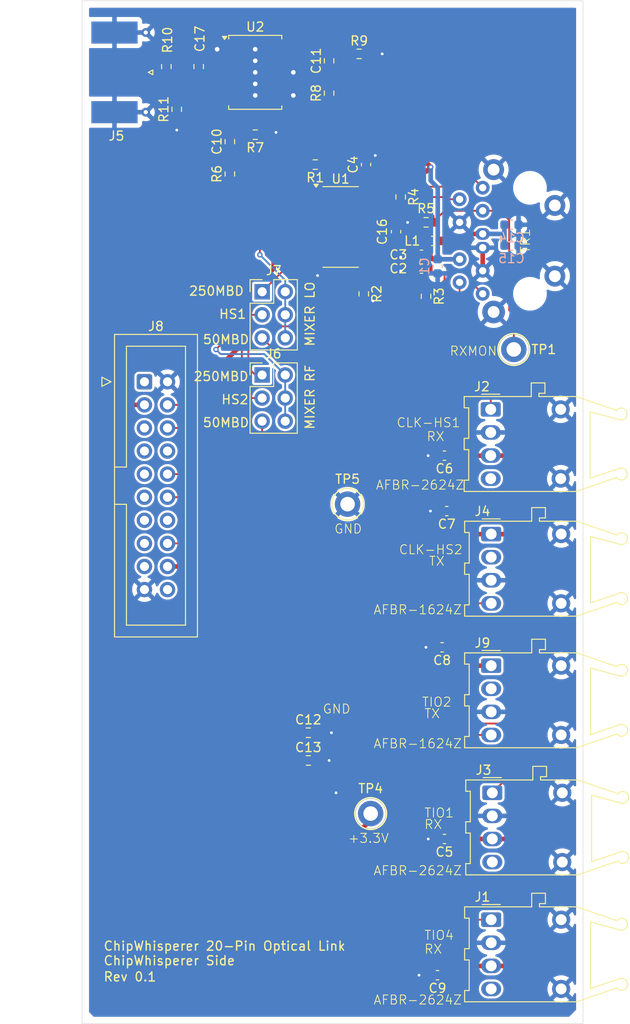
<source format=kicad_pcb>
(kicad_pcb (version 20240108) (generator "pcbnew") (generator_version "8.0")
  (layers (0 "F.Cu" signal) (31 "B.Cu" signal) (34 "B.Paste" user) (35 "F.Paste" user) (36 "B.SilkS" user "B.Silkscreen") (37 "F.SilkS" user "F.Silkscreen") (38 "B.Mask" user) (39 "F.Mask" user) (44 "Edge.Cuts" user))
  (net 0 "")
  (net 1 "GND")
  (net 2 "VCC")
  (net 3 "Net-(J6-Pin_1)")
  (net 4 "Net-(J7-Pin_1)")
  (net 5 "Net-(J4-Data_in)")
  (net 8 "/CWPins/TG_SCK")
  (net 9 "/CWPins/TG_nRST")
  (net 11 "RXIN")
  (net 12 "/CWPins/TG_MOSI")
  (net 13 "/CWPins/TG_MISO")
  (net 15 "/CWPins/TG_TIO3")
  (net 17 "TRIGOUT")
  (net 18 "TXOUT")
  (net 19 "/CWPins/TG_CS")
  (net 20 "Net-(U1-DE)")
  (net 21 "Net-(U1-~{RE})")
  (net 22 "Net-(TR1-DI-)")
  (net 23 "Net-(TR1-DI+)")
  (net 24 "Net-(TR1-RD-)")
  (net 25 "Net-(TR1-RD+)")
  (net 26 "Net-(TR1-MON)")
  (net 33 "Net-(TR1-VDD_RX)")
  (net 34 "CLKTOCW_HS1")
  (net 35 "CLKFROMCW_HS2")
  (net 37 "Net-(J2-Data_Out)")
  (net 40 "Net-(U2-RF)")
  (net 41 "Net-(C10-Pad1)")
  (net 42 "Net-(U2-LO)")
  (net 43 "Net-(C11-Pad1)")
  (net 44 "Net-(U2-IF)")
  (net 45 "Net-(J5-In)")
  (net 46 "MIXER_RF")
  (net 47 "MIXER_LO")
  (net 48 "Net-(C17-Pad2)")
  (footprint "Resistor_SMD:R_0603_1608Metric" (layer "F.Cu") (at 161.544 120.396)
    (property "Reference" "C13")
    (property "Value" "2u2")
  )
  (footprint "Resistor_SMD:R_0603_1608Metric" (layer "F.Cu") (at 161.544 117.348)
    (property "Reference" "C12")
    (property "Value" "100n")
  )
  (footprint "Resistor_SMD:R_0603_1608Metric" (layer "F.Cu") (at 167.64 69.076 -90)
    (property "Reference" "R2")
    (property "Value" "1K")
  )
  (footprint "Resistor_SMD:R_0603_1608Metric" (layer "F.Cu") (at 145.923 44.069 -90)
    (property "Reference" "R10")
    (property "Value" "51R")
  )
  (footprint "OptoDevice:Broadcom_AFBR-16xxZ_Horizontal" (layer "F.Cu") (at 181.661 95.492)
    (property "Reference" "J4")
    (property "Value" "AFBR-1624Z")
  )
  (footprint "Resistor_SMD:R_0603_1608Metric" (layer "F.Cu") (at 152.908 52.324 90)
    (property "Reference" "C10")
    (property "Value" "10n")
  )
  (footprint "Resistor_SMD:R_0603_1608Metric" (layer "F.Cu") (at 167.132 42.672)
    (property "Reference" "R9")
    (property "Value" "DNM")
  )
  (footprint "Resistor_SMD:R_0603_1608Metric" (layer "F.Cu") (at 147.066 48.768 90)
    (property "Reference" "R11")
    (property "Value" "DNM")
  )
  (footprint "Package_SO:SOIC-14_3.9x8.7mm_P1.27mm" (layer "F.Cu") (at 165.1 61.71)
    (property "Reference" "U1")
    (property "Value" "FIN1019M")
  )
  (footprint "Resistor_SMD:R_0603_1608Metric" (layer "F.Cu") (at 155.702 51.562 180)
    (property "Reference" "R7")
    (property "Value" "DNM")
  )
  (footprint "OptoDevice:Broadcom_AFBR-16xxZ_Horizontal" (layer "F.Cu") (at 181.784 123.952)
    (property "Reference" "J3")
    (property "Value" "AFBR-2624Z")
  )
  (footprint "Resistor_SMD:R_0603_1608Metric" (layer "F.Cu") (at 152.908 55.88 90)
    (property "Reference" "R6")
    (property "Value" "51R")
  )
  (footprint "TestPoint:TestPoint_Keystone_5005-5009_Compact" (layer "F.Cu") (at 184.15 75.184)
    (property "Reference" "TP1")
    (property "Value" "TestPoint")
  )
  (footprint "Capacitor_SMD:C_0603_1608Metric" (layer "F.Cu") (at 176.517 86.868 180)
    (property "Reference" "C6")
    (property "Value" "100n")
  )
  (footprint "Resistor_SMD:R_0603_1608Metric" (layer "F.Cu") (at 163.83 43.434 90)
    (property "Reference" "C11")
    (property "Value" "10n")
  )
  (footprint "Capacitor_SMD:C_0603_1608Metric" (layer "F.Cu") (at 176.771 92.964 180)
    (property "Reference" "C7")
    (property "Value" "100n")
  )
  (footprint "TestPoint:TestPoint_Keystone_5005-5009_Compact" (layer "F.Cu") (at 165.862 92.202)
    (property "Reference" "TP5")
    (property "Value" "TestPoint")
  )
  (footprint "Connector_IDC:IDC-Header_2x10_P2.54mm_Vertical" (layer "F.Cu") (at 143.51 78.74)
    (property "Reference" "J8")
    (property "Value" "Conn_02x10_Odd_Even")
  )
  (footprint "Resistor_SMD:R_0603_1608Metric" (layer "F.Cu") (at 171.704 58.408 -90)
    (property "Reference" "R4")
    (property "Value" "120R")
  )
  (footprint "Capacitor_SMD:C_0603_1608Metric" (layer "F.Cu") (at 176.263 107.95 180)
    (property "Reference" "C8")
    (property "Value" "100n")
  )
  (footprint "Capacitor_SMD:C_0603_1608Metric" (layer "F.Cu") (at 173.99 64.77 180)
    (property "Reference" "C3")
    (property "Value" "2u2")
  )
  (footprint "OptoDevice:Broadcom_AFBR-16xxZ_Horizontal" (layer "F.Cu") (at 181.661 109.97)
    (property "Reference" "J9")
    (property "Value" "AFBR-1624Z")
  )
  (footprint "Resistor_SMD:R_0603_1608Metric" (layer "F.Cu") (at 149.479 44.069 90)
    (property "Reference" "C17")
    (property "Value" "10n")
  )
  (footprint "RF_Mini-Circuits:Mini-Circuits_CD542_LandPatternPL-052" (layer "F.Cu") (at 155.702 44.704)
    (property "Reference" "U2")
    (property "Value" "ADE-1+")
  )
  (footprint "Resistor_SMD:R_0603_1608Metric" (layer "F.Cu") (at 163.83 46.99 90)
    (property "Reference" "R8")
    (property "Value" "51R")
  )
  (footprint "Resistor_SMD:R_0603_1608Metric" (layer "F.Cu") (at 174.498 61.202 180)
    (property "Reference" "R5")
    (property "Value" "2K")
  )
  (footprint "Capacitor_SMD:C_0603_1608Metric" (layer "F.Cu") (at 173.99 66.294 180)
    (property "Reference" "C2")
    (property "Value" "100n")
  )
  (footprint "Connector_Coaxial:SMA_Molex_73251-1153_EdgeMount_Horizontal" (layer "F.Cu") (at 141.934 44.704)
    (property "Reference" "J5")
    (property "Value" "SMA")
  )
  (footprint "Inductor_SMD:L_0603_1608Metric" (layer "F.Cu") (at 175.26 63.246)
    (property "Reference" "L1")
    (property "Value" "L")
  )
  (footprint "TestPoint:TestPoint_Keystone_5005-5009_Compact" (layer "F.Cu") (at 168.402 126.238)
    (property "Reference" "TP4")
    (property "Value" "TestPoint")
  )
  (footprint "Connector_PinHeader_2.54mm:PinHeader_2x03_P2.54mm_Vertical" (layer "F.Cu") (at 156.464 68.834)
    (property "Reference" "J7")
    (property "Value" "Conn_02x03_Odd_Even")
  )
  (footprint "Capacitor_SMD:C_0603_1608Metric" (layer "F.Cu") (at 176.517 129.032 180)
    (property "Reference" "C5")
    (property "Value" "100n")
  )
  (footprint "OptoDevice:Broadcom_AFBR-16xxZ_Horizontal" (layer "F.Cu") (at 181.661 137.91)
    (property "Reference" "J1")
    (property "Value" "AFBR-2624Z")
  )
  (footprint "OptoDevice:Broadcom_AFBR-16xxZ_Horizontal" (layer "F.Cu") (at 181.61 81.776)
    (property "Reference" "J2")
    (property "Value" "AFBR-2624Z")
  )
  (footprint "Resistor_SMD:R_0603_1608Metric" (layer "F.Cu") (at 174.498 69.342 -90)
    (property "Reference" "R3")
    (property "Value" "120R")
  )
  (footprint "Capacitor_SMD:C_0603_1608Metric" (layer "F.Cu") (at 175.755 144.018 180)
    (property "Reference" "C9")
    (property "Value" "100n")
  )
  (footprint "Capacitor_SMD:C_0603_1608Metric" (layer "F.Cu") (at 171.196 62.23 -90)
    (property "Reference" "C16")
    (property "Value" "100n")
  )
  (footprint "Resistor_SMD:R_0603_1608Metric" (layer "F.Cu") (at 162.306 54.852 180)
    (property "Reference" "R1")
    (property "Value" "1K")
  )
  (footprint "Capacitor_SMD:C_0603_1608Metric" (layer "F.Cu") (at 167.894 54.852 90)
    (property "Reference" "C4")
    (property "Value" "100n")
  )
  (footprint "AFBR-59F2Z:AFBR-59F2Z" (layer "F.Cu") (at 185.928 63.234 90)
    (property "Reference" "TR1")
    (property "Value" "AFBR-59F2Z")
  )
  (footprint "Connector_PinHeader_2.54mm:PinHeader_2x03_P2.54mm_Vertical" (layer "F.Cu") (at 156.459 77.993)
    (property "Reference" "J6")
    (property "Value" "Conn_02x03_Odd_Even")
  )
  (footprint "Capacitor_SMD:C_0603_1608Metric" (layer "B.Cu") (at 175.768 66.04 -90)
    (property "Reference" "C1")
    (property "Value" "100n")
  )
  (footprint "Capacitor_SMD:C_0603_1608Metric" (layer "B.Cu") (at 183.896 63.754)
    (property "Reference" "C15")
    (property "Value" "2u2")
  )
  (footprint "Capacitor_SMD:C_0603_1608Metric" (layer "B.Cu") (at 183.896 61.468)
    (property "Reference" "C14")
    (property "Value" "100n")
  )
  (gr_rect (start 136.652 36.83) (end 191.77 149.352) (stroke (width 0.05)) (fill none) (layer "Edge.Cuts"))
  (gr_text "AFBR-2624Z" (at 168.656 147.32 0) (layer "F.SilkS") (effects (font (size 1 1) (thickness 0.1)) (justify left bottom)))
  (gr_text "AFBR-2624Z" (at 168.656 133.096 0) (layer "F.SilkS") (effects (font (size 1 1) (thickness 0.1)) (justify left bottom)))
  (gr_text "TIO2" (at 173.99 114.554 0) (layer "F.SilkS") (effects (font (size 1 1) (thickness 0.1)) (justify left bottom)))
  (gr_text "AFBR-1624Z" (at 168.656 119.126 0) (layer "F.SilkS") (effects (font (size 1 1) (thickness 0.1)) (justify left bottom)))
  (gr_text "Rev 0.1" (at 138.938 144.78 0) (layer "F.SilkS") (effects (font (size 1 1)) (justify left bottom)))
  (gr_text "TX" (at 174.752 99.06 0) (layer "F.SilkS") (effects (font (size 1 1) (thickness 0.1)) (justify left bottom)))
  (gr_text "250MBD" (at 148.336 69.342 0) (layer "F.SilkS") (effects (font (size 1 1)) (justify left bottom)))
  (gr_text "RXMON" (at 177.038 75.946 0) (layer "F.SilkS") (effects (font (size 1 1) (thickness 0.1)) (justify left bottom)))
  (gr_text "MIXER LO" (at 162.306 74.93 90) (layer "F.SilkS") (effects (font (size 1 1)) (justify left bottom)))
  (gr_text "TIO4" (at 174.244 140.208 0) (layer "F.SilkS") (effects (font (size 1 1) (thickness 0.1)) (justify left bottom)))
  (gr_text "AFBR-1624Z" (at 168.656 104.394 0) (layer "F.SilkS") (effects (font (size 1 1) (thickness 0.1)) (justify left bottom)))
  (gr_text "TX" (at 174.244 115.824 0) (layer "F.SilkS") (effects (font (size 1 1) (thickness 0.1)) (justify left bottom)))
  (gr_text "GND" (at 164.338 95.504 0) (layer "F.SilkS") (effects (font (size 1 1) (thickness 0.1)) (justify left bottom)))
  (gr_text "HS2" (at 151.892 81.28 0) (layer "F.SilkS") (effects (font (size 1 1)) (justify left bottom)))
  (gr_text "HS1" (at 151.638 71.882 0) (layer "F.SilkS") (effects (font (size 1 1)) (justify left bottom)))
  (gr_text "+3.3V" (at 165.862 129.54 0) (layer "F.SilkS") (effects (font (size 1 1) (thickness 0.1)) (justify left bottom)))
  (gr_text "ChipWhisperer 20-Pin Optical Link\nChipWhisperer Side" (at 138.938 143.002 0) (layer "F.SilkS") (effects (font (size 1 1)) (justify left bottom)))
  (gr_text "RX" (at 174.244 128.016 0) (layer "F.SilkS") (effects (font (size 1 1) (thickness 0.1)) (justify left bottom)))
  (gr_text "AFBR-2624Z" (at 168.91 90.678 0) (layer "F.SilkS") (effects (font (size 1 1) (thickness 0.1)) (justify left bottom)))
  (gr_text "RX" (at 174.244 141.732 0) (layer "F.SilkS") (effects (font (size 1 1) (thickness 0.1)) (justify left bottom)))
  (gr_text "50MBD" (at 149.86 83.82 0) (layer "F.SilkS") (effects (font (size 1 1)) (justify left bottom)))
  (gr_text "GND" (at 163.068 115.316 0) (layer "F.SilkS") (effects (font (size 1 1) (thickness 0.1)) (justify left bottom)))
  (gr_text "250MBD" (at 148.844 78.74 0) (layer "F.SilkS") (effects (font (size 1 1)) (justify left bottom)))
  (gr_text "CLK-HS1" (at 171.196 83.82 0) (layer "F.SilkS") (effects (font (size 1 1) (thickness 0.1)) (justify left bottom)))
  (gr_text "MIXER RF" (at 162.306 84.074 90) (layer "F.SilkS") (effects (font (size 1 1)) (justify left bottom)))
  (gr_text "CLK-HS2" (at 171.45 97.79 0) (layer "F.SilkS") (effects (font (size 1 1) (thickness 0.1)) (justify left bottom)))
  (gr_text "TIO1" (at 174.244 126.746 0) (layer "F.SilkS") (effects (font (size 1 1) (thickness 0.1)) (justify left bottom)))
  (gr_text "RX" (at 174.498 85.344 0) (layer "F.SilkS") (effects (font (size 1 1) (thickness 0.1)) (justify left bottom)))
  (gr_text "50MBD" (at 149.86 74.676 0) (layer "F.SilkS") (effects (font (size 1 1)) (justify left bottom)))
  (segment (start 171.958 64.77) (end 171.704 65.024) (width 0.508) (layer "F.Cu") (net 1))
  (segment (start 147.066 49.593) (end 147.066 51.054) (width 0.508) (layer "F.Cu") (net 1))
  (segment (start 173.673 61.202) (end 172.478 61.202) (width 0.2) (layer "F.Cu") (net 1))
  (segment (start 171.196 63.005) (end 171.196 64.516) (width 0.508) (layer "F.Cu") (net 1))
  (segment (start 173.215 66.294) (end 171.958 66.294) (width 0.508) (layer "F.Cu") (net 1))
  (segment (start 162.369 117.348) (end 164.084 117.348) (width 0.508) (layer "F.Cu") (net 1))
  (segment (start 174.98 144.018) (end 173.723 144.018) (width 0.508) (layer "F.Cu") (net 1))
  (segment (start 175.488 107.95) (end 174.485 107.95) (width 0.508) (layer "F.Cu") (net 1))
  (segment (start 156.527 51.562) (end 157.734 51.562) (width 0.508) (layer "F.Cu") (net 1))
  (segment (start 162.369 123.801) (end 162.32 123.85) (width 0.508) (layer "F.Cu") (net 1))
  (segment (start 180.728 66.534) (end 180.728 63.994) (width 0.508) (layer "F.Cu") (net 1))
  (segment (start 167.957 42.672) (end 169.672 42.672) (width 0.508) (layer "F.Cu") (net 1))
  (segment (start 175.742 129.032) (end 174.739 129.032) (width 0.508) (layer "F.Cu") (net 1))
  (segment (start 162.625 66.991) (end 162.56 67.056) (width 0.508) (layer "F.Cu") (net 1))
  (segment (start 168.605 69.901) (end 168.656 69.85) (width 0.2) (layer "F.Cu") (net 1))
  (segment (start 157.734 51.562) (end 157.988 51.308) (width 0.508) (layer "F.Cu") (net 1))
  (segment (start 167.64 69.901) (end 168.605 69.901) (width 0.2) (layer "F.Cu") (net 1))
  (segment (start 171.958 66.294) (end 171.704 66.548) (width 0.508) (layer "F.Cu") (net 1))
  (segment (start 167.894 54.077) (end 168.681 54.077) (width 0.508) (layer "F.Cu") (net 1))
  (segment (start 162.369 120.396) (end 163.83 120.396) (width 0.508) (layer "F.Cu") (net 1))
  (segment (start 173.215 64.77) (end 171.958 64.77) (width 0.508) (layer "F.Cu") (net 1))
  (segment (start 162.32 123.85) (end 164.49 123.85) (width 0.508) (layer "F.Cu") (net 1))
  (segment (start 171.196 64.516) (end 171.704 65.024) (width 0.508) (layer "F.Cu") (net 1))
  (segment (start 164.49 123.85) (end 164.592 123.952) (width 0.508) (layer "F.Cu") (net 1))
  (segment (start 168.681 54.077) (end 168.91 53.848) (width 0.508) (layer "F.Cu") (net 1))
  (segment (start 175.996 92.964) (end 174.98 92.964) (width 0.508) (layer "F.Cu") (net 1))
  (segment (start 172.478 61.202) (end 172.466 61.214) (width 0.2) (layer "F.Cu") (net 1))
  (segment (start 175.742 86.868) (end 174.726 86.868) (width 0.508) (layer "F.Cu") (net 1))
  (segment (start 162.625 65.52) (end 162.625 66.991) (width 0.508) (layer "F.Cu") (net 1))
  (segment (start 162.369 117.348) (end 162.369 123.801) (width 0.508) (layer "F.Cu") (net 1))
  (via (at 172.466 61.214) (size 0.6) (drill 0.3) (layers "F.Cu" "B.Cu") (net 1))
  (via (at 168.91 53.848) (size 0.6) (drill 0.3) (layers "F.Cu" "B.Cu") (net 1))
  (via (at 174.739 129.032) (size 0.6) (drill 0.3) (layers "F.Cu" "B.Cu") (net 1))
  (via (at 162.56 67.056) (size 0.6) (drill 0.3) (layers "F.Cu" "B.Cu") (net 1))
  (via (at 168.656 69.85) (size 0.6) (drill 0.3) (layers "F.Cu" "B.Cu") (net 1))
  (via (at 164.084 117.348) (size 0.6) (drill 0.3) (layers "F.Cu" "B.Cu") (net 1))
  (via (at 173.723 144.018) (size 0.6) (drill 0.3) (layers "F.Cu" "B.Cu") (net 1))
  (via (at 163.83 120.396) (size 0.6) (drill 0.3) (layers "F.Cu" "B.Cu") (net 1))
  (via (at 169.672 42.672) (size 0.6) (drill 0.3) (layers "F.Cu" "B.Cu") (net 1))
  (via (at 174.98 92.964) (size 0.6) (drill 0.3) (layers "F.Cu" "B.Cu") (net 1))
  (via (at 157.988 51.308) (size 0.6) (drill 0.3) (layers "F.Cu" "B.Cu") (net 1))
  (via (at 164.592 123.952) (size 0.6) (drill 0.3) (layers "F.Cu" "B.Cu") (net 1))
  (via (at 174.726 86.868) (size 0.6) (drill 0.3) (layers "F.Cu" "B.Cu") (net 1))
  (via (at 171.704 66.548) (size 0.6) (drill 0.3) (layers "F.Cu" "B.Cu") (net 1))
  (via (at 171.704 65.024) (size 0.6) (drill 0.3) (layers "F.Cu" "B.Cu") (net 1))
  (via (at 147.066 51.054) (size 0.6) (drill 0.3) (layers "F.Cu" "B.Cu") (net 1))
  (via (at 174.485 107.95) (size 0.6) (drill 0.3) (layers "F.Cu" "B.Cu") (net 1))
  (segment (start 160.02 144.272) (end 163.322 147.574) (width 0.508) (layer "F.Cu") (net 2))
  (segment (start 140.97 76.962) (end 141.478 76.454) (width 0.508) (layer "F.Cu") (net 2))
  (segment (start 184.658 129.032) (end 185.166 128.524) (width 0.508) (layer "F.Cu") (net 2))
  (segment (start 177.038 108.966) (end 177.038 107.95) (width 0.508) (layer "F.Cu") (net 2))
  (segment (start 160.719 117.348) (end 160.719 123.151) (width 0.508) (layer "F.Cu") (net 2))
  (segment (start 165.202 130.15) (end 160.02 130.15) (width 0.508) (layer "F.Cu") (net 2))
  (segment (start 150.368 100.838) (end 150.368 109.474) (width 0.508) (layer "F.Cu") (net 2))
  (segment (start 181.661 109.97) (end 178.042 109.97) (width 0.508) (layer "F.Cu") (net 2))
  (segment (start 185.42 145.796) (end 185.166 145.542) (width 0.508) (layer "F.Cu") (net 2))
  (segment (start 178.562 95.504) (end 177.546 94.488) (width 0.508) (layer "F.Cu") (net 2))
  (segment (start 141.478 76.454) (end 152.4 76.454) (width 0.508) (layer "F.Cu") (net 2))
  (segment (start 160.719 123.151) (end 160.02 123.85) (width 0.508) (layer "F.Cu") (net 2))
  (segment (start 177.292 129.032) (end 184.658 129.032) (width 0.508) (layer "F.Cu") (net 2))
  (segment (start 150.368 109.474) (end 159.004 109.474) (width 0.508) (layer "F.Cu") (net 2))
  (segment (start 163.131 54.852) (end 165.088 54.852) (width 0.2) (layer "F.Cu") (net 2))
  (segment (start 140.97 84.328) (end 140.97 76.962) (width 0.508) (layer "F.Cu") (net 2))
  (segment (start 157.988 65.278) (end 157.988 55.626) (width 0.508) (layer "F.Cu") (net 2))
  (segment (start 174.765 63.5385) (end 174.4725 63.246) (width 0.508) (layer "F.Cu") (net 2))
  (segment (start 154.686 66.802) (end 157.226 66.802) (width 0.508) (layer "F.Cu") (net 2))
  (segment (start 175.006 55.118) (end 174.497 55.627) (width 0.508) (layer "F.Cu") (net 2))
  (segment (start 184.912 143.002) (end 185.166 143.256) (width 0.508) (layer "F.Cu") (net 2))
  (segment (start 143.51 81.28) (end 141.478 81.28) (width 0.508) (layer "F.Cu") (net 2))
  (segment (start 185.166 143.256) (end 185.166 128.524) (width 0.508) (layer "F.Cu") (net 2))
  (segment (start 165.088 54.852) (end 165.863 55.627) (width 0.2) (layer "F.Cu") (net 2))
  (segment (start 178.042 109.97) (end 177.038 108.966) (width 0.508) (layer "F.Cu") (net 2))
  (segment (start 153.67 67.818) (end 154.686 66.802) (width 0.508) (layer "F.Cu") (net 2))
  (segment (start 177.546 94.488) (end 177.546 92.964) (width 0.508) (layer "F.Cu") (net 2))
  (segment (start 140.97 81.788) (end 140.97 84.328) (width 0.508) (layer "F.Cu") (net 2))
  (segment (start 185.166 95.504) (end 185.166 108.204) (width 0.508) (layer "F.Cu") (net 2))
  (segment (start 157.734 66.294) (end 157.734 65.532) (width 0.508) (layer "F.Cu") (net 2))
  (segment (start 177.038 144.018) (end 178.054 143.002) (width 0.508) (layer "F.Cu") (net 2))
  (segment (start 148.59 99.06) (end 150.368 100.838) (width 0.508) (layer "F.Cu") (net 2))
  (segment (start 184.15 147.574) (end 185.42 146.304) (width 0.508) (layer "F.Cu") (net 2))
  (segment (start 174.765 66.294) (end 174.765 63.5385) (width 0.508) (layer "F.Cu") (net 2))
  (segment (start 146.05 99.06) (end 148.59 99.06) (width 0.508) (layer "F.Cu") (net 2))
  (segment (start 178.188 65.264) (end 175.259 65.264) (width 0.508) (layer "F.Cu") (net 2))
  (segment (start 185.166 108.204) (end 185.166 128.524) (width 0.508) (layer "F.Cu") (net 2))
  (segment (start 184.912 107.95) (end 185.166 108.204) (width 0.508) (layer "F.Cu") (net 2))
  (segment (start 184.15 86.868) (end 177.292 86.868) (width 0.508) (layer "F.Cu") (net 2))
  (segment (start 185.166 95.504) (end 178.562 95.504) (width 0.508) (layer "F.Cu") (net 2))
  (segment (start 185.42 146.304) (end 185.42 145.796) (width 0.508) (layer "F.Cu") (net 2))
  (segment (start 160.719 111.189) (end 160.719 117.348) (width 0.508) (layer "F.Cu") (net 2))
  (segment (start 159.004 109.474) (end 160.719 111.189) (width 0.508) (layer "F.Cu") (net 2))
  (segment (start 185.166 145.542) (end 185.166 143.256) (width 0.508) (layer "F.Cu") (net 2))
  (segment (start 175.259 65.264) (end 174.765 64.77) (width 0.508) (layer "F.Cu") (net 2))
  (segment (start 140.97 107.188) (end 143.256 109.474) (width 0.508) (layer "F.Cu") (net 2))
  (segment (start 141.097 81.661) (end 140.97 81.788) (width 0.508) (layer "F.Cu") (net 2))
  (segment (start 172.72 52.832) (end 175.006 55.118) (width 0.508) (layer "F.Cu") (net 2))
  (segment (start 185.166 95.504) (end 185.166 87.884) (width 0.508) (layer "F.Cu") (net 2))
  (segment (start 185.166 87.884) (end 184.15 86.868) (width 0.508) (layer "F.Cu") (net 2))
  (segment (start 176.53 144.018) (end 177.038 144.018) (width 0.508) (layer "F.Cu") (net 2))
  (segment (start 153.67 75.184) (end 153.67 67.818) (width 0.508) (layer "F.Cu") (net 2))
  (segment (start 140.97 84.328) (end 140.97 107.188) (width 0.508) (layer "F.Cu") (net 2))
  (segment (start 165.863 55.627) (end 167.894 55.627) (width 0.2) (layer "F.Cu") (net 2))
  (segment (start 177.038 107.95) (end 184.912 107.95) (width 0.508) (layer "F.Cu") (net 2))
  (segment (start 178.054 143.002) (end 184.912 143.002) (width 0.508) (layer "F.Cu") (net 2))
  (segment (start 157.226 66.802) (end 157.734 66.294) (width 0.508) (layer "F.Cu") (net 2))
  (segment (start 167.575 55.946) (end 167.894 55.627) (width 0.508) (layer "F.Cu") (net 2))
  (segment (start 174.497 55.627) (end 167.894 55.627) (width 0.508) (layer "F.Cu") (net 2))
  (segment (start 152.4 76.454) (end 153.67 75.184) (width 0.508) (layer "F.Cu") (net 2))
  (segment (start 160.02 130.15) (end 160.02 144.272) (width 0.508) (layer "F.Cu") (net 2))
  (segment (start 160.782 52.832) (end 172.72 52.832) (width 0.508) (layer "F.Cu") (net 2))
  (segment (start 141.478 81.28) (end 141.097 81.661) (width 0.508) (layer "F.Cu") (net 2))
  (segment (start 167.575 57.9) (end 167.575 55.946) (width 0.508) (layer "F.Cu") (net 2))
  (segment (start 160.02 130.15) (end 160.02 123.85) (width 0.508) (layer "F.Cu") (net 2))
  (segment (start 157.734 65.532) (end 157.988 65.278) (width 0.508) (layer "F.Cu") (net 2))
  (segment (start 157.988 55.626) (end 160.782 52.832) (width 0.508) (layer "F.Cu") (net 2))
  (segment (start 163.322 147.574) (end 184.15 147.574) (width 0.508) (layer "F.Cu") (net 2))
  (segment (start 143.256 109.474) (end 150.368 109.474) (width 0.508) (layer "F.Cu") (net 2))
  (segment (start 168.402 126.95) (end 165.202 130.15) (width 0.508) (layer "F.Cu") (net 2))
  (segment (start 168.402 126.238) (end 168.402 126.95) (width 0.508) (layer "F.Cu") (net 2))
  (via (at 175.006 55.118) (size 0.6) (drill 0.3) (layers "F.Cu" "B.Cu") (net 2))
  (segment (start 178.188 65.264) (end 178.186 65.266) (width 0.508) (layer "B.Cu") (net 2))
  (segment (start 175.781 57.391) (end 175.006 56.616) (width 0.508) (layer "B.Cu") (net 2))
  (segment (start 175.006 56.616) (end 175.006 55.118) (width 0.508) (layer "B.Cu") (net 2))
  (segment (start 178.186 65.266) (end 175.781 65.266) (width 0.508) (layer "B.Cu") (net 2))
  (segment (start 175.781 65.266) (end 175.781 57.391) (width 0.508) (layer "B.Cu") (net 2))
  (segment (start 154.94 72.898) (end 154.94 77.216) (width 0.2) (layer "F.Cu") (net 3))
  (segment (start 155.194 72.644) (end 154.94 72.898) (width 0.2) (layer "F.Cu") (net 3))
  (segment (start 155.717 77.993) (end 156.459 77.993) (width 0.2) (layer "F.Cu") (net 3))
  (segment (start 164.338 71.628) (end 163.322 72.644) (width 0.2) (layer "F.Cu") (net 3))
  (segment (start 162.625 59.17) (end 163.818 59.17) (width 0.2) (layer "F.Cu") (net 3))
  (segment (start 163.818 59.17) (end 164.338 59.69) (width 0.2) (layer "F.Cu") (net 3))
  (segment (start 164.338 59.69) (end 164.338 71.628) (width 0.2) (layer "F.Cu") (net 3))
  (segment (start 163.322 72.644) (end 155.194 72.644) (width 0.2) (layer "F.Cu") (net 3))
  (segment (start 154.94 77.216) (end 155.717 77.993) (width 0.2) (layer "F.Cu") (net 3))
  (segment (start 159.004 62.738) (end 160.032 61.71) (width 0.2) (layer "F.Cu") (net 4))
  (segment (start 156.464 68.834) (end 159.004 66.294) (width 0.2) (layer "F.Cu") (net 4))
  (segment (start 160.032 61.71) (end 162.625 61.71) (width 0.2) (layer "F.Cu") (net 4))
  (segment (start 159.004 66.294) (end 159.004 62.738) (width 0.2) (layer "F.Cu") (net 4))
  (segment (start 181.661 103.112) (end 178.55 103.112) (width 0.2) (layer "F.Cu") (net 5))
  (segment (start 166.624 87.122) (end 157.734 87.122) (width 0.2) (layer "F.Cu") (net 5))
  (segment (start 156.464 85.852) (end 156.464 85.344) (width 0.2) (layer "F.Cu") (net 5))
  (segment (start 157.734 87.122) (end 156.464 85.852) (width 0.2) (layer "F.Cu") (net 5))
  (segment (start 177.038 97.536) (end 166.624 87.122) (width 0.2) (layer "F.Cu") (net 5))
  (segment (start 156.459 85.339) (end 156.459 83.073) (width 0.2) (layer "F.Cu") (net 5))
  (segment (start 177.038 101.6) (end 177.038 97.536) (width 0.2) (layer "F.Cu") (net 5))
  (segment (start 178.55 103.112) (end 177.038 101.6) (width 0.2) (layer "F.Cu") (net 5))
  (segment (start 156.464 85.344) (end 156.459 85.339) (width 0.2) (layer "F.Cu") (net 5))
  (segment (start 146.05 91.44) (end 151.638 91.44) (width 0.2) (layer "F.Cu") (net 11))
  (segment (start 151.638 91.44) (end 177.788 117.59) (width 0.2) (layer "F.Cu") (net 11))
  (segment (start 177.788 117.59) (end 181.661 117.59) (width 0.2) (layer "F.Cu") (net 11))
  (segment (start 171.45 131.826) (end 177.534 137.91) (width 0.2) (layer "F.Cu") (net 17))
  (segment (start 171.45 115.062) (end 152.908 96.52) (width 0.2) (layer "F.Cu") (net 17))
  (segment (start 152.908 96.52) (end 146.05 96.52) (width 0.2) (layer "F.Cu") (net 17))
  (segment (start 171.45 131.826) (end 171.45 115.062) (width 0.2) (layer "F.Cu") (net 17))
  (segment (start 177.534 137.91) (end 181.661 137.91) (width 0.2) (layer "F.Cu") (net 17))
  (segment (start 179.324 116.332) (end 183.134 116.332) (width 0.2) (layer "F.Cu") (net 18))
  (segment (start 183.642 116.84) (end 183.642 122.094) (width 0.2) (layer "F.Cu") (net 18))
  (segment (start 183.642 122.094) (end 181.784 123.952) (width 0.2) (layer "F.Cu") (net 18))
  (segment (start 151.892 88.9) (end 179.324 116.332) (width 0.2) (layer "F.Cu") (net 18))
  (segment (start 146.05 88.9) (end 151.892 88.9) (width 0.2) (layer "F.Cu") (net 18))
  (segment (start 183.134 116.332) (end 183.642 116.84) (width 0.2) (layer "F.Cu") (net 18))
  (segment (start 162.625 57.9) (end 160.77 57.9) (width 0.2) (layer "F.Cu") (net 20))
  (segment (start 160.528 54.864) (end 160.54 54.852) (width 0.2) (layer "F.Cu") (net 20))
  (segment (start 160.528 57.658) (end 160.528 54.864) (width 0.2) (layer "F.Cu") (net 20))
  (segment (start 160.54 54.852) (end 161.481 54.852) (width 0.2) (layer "F.Cu") (net 20))
  (segment (start 160.77 57.9) (end 160.528 57.658) (width 0.2) (layer "F.Cu") (net 20))
  (segment (start 167.575 68.186) (end 167.64 68.251) (width 0.2) (layer "F.Cu") (net 21))
  (segment (start 167.575 65.52) (end 167.575 68.186) (width 0.2) (layer "F.Cu") (net 21))
  (segment (start 168.656 71.12) (end 171.259 68.517) (width 0.2) (layer "F.Cu") (net 22))
  (segment (start 171.259 68.517) (end 174.498 68.517) (width 0.2) (layer "F.Cu") (net 22))
  (segment (start 177.038 66.548) (end 176.53 67.056) (width 0.2) (layer "F.Cu") (net 22))
  (segment (start 179.578 67.914) (end 179.578 67.31) (width 0.2) (layer "F.Cu") (net 22))
  (segment (start 167.575 61.71) (end 166.382 61.71) (width 0.2) (layer "F.Cu") (net 22))
  (segment (start 166.116 70.358) (end 166.878 71.12) (width 0.2) (layer "F.Cu") (net 22))
  (segment (start 180.728 69.064) (end 179.578 67.914) (width 0.2) (layer "F.Cu") (net 22))
  (segment (start 175.577 68.517) (end 174.498 68.517) (width 0.2) (layer "F.Cu") (net 22))
  (segment (start 178.816 66.548) (end 177.038 66.548) (width 0.2) (layer "F.Cu") (net 22))
  (segment (start 175.577 68.517) (end 176.53 67.564) (width 0.2) (layer "F.Cu") (net 22))
  (segment (start 166.382 61.71) (end 166.116 61.976) (width 0.2) (layer "F.Cu") (net 22))
  (segment (start 176.53 67.564) (end 176.53 67.056) (width 0.2) (layer "F.Cu") (net 22))
  (segment (start 166.878 71.12) (end 168.656 71.12) (width 0.2) (layer "F.Cu") (net 22))
  (segment (start 179.578 67.31) (end 178.816 66.548) (width 0.2) (layer "F.Cu") (net 22))
  (segment (start 166.116 61.976) (end 166.116 70.358) (width 0.2) (layer "F.Cu") (net 22))
  (segment (start 168.91 71.628) (end 170.371 70.167) (width 0.2) (layer "F.Cu") (net 23))
  (segment (start 176.975 70.167) (end 178.188 68.954) (width 0.2) (layer "F.Cu") (net 23))
  (segment (start 166.128 60.44) (end 165.608 60.96) (width 0.2) (layer "F.Cu") (net 23))
  (segment (start 170.371 70.167) (end 174.498 70.167) (width 0.2) (layer "F.Cu") (net 23))
  (segment (start 167.575 60.44) (end 166.128 60.44) (width 0.2) (layer "F.Cu") (net 23))
  (segment (start 178.188 68.954) (end 178.188 67.804) (width 0.2) (layer "F.Cu") (net 23))
  (segment (start 165.608 70.612) (end 166.624 71.628) (width 0.2) (layer "F.Cu") (net 23))
  (segment (start 165.608 60.96) (end 165.608 70.612) (width 0.2) (layer "F.Cu") (net 23))
  (segment (start 166.624 71.628) (end 168.91 71.628) (width 0.2) (layer "F.Cu") (net 23))
  (segment (start 174.498 70.167) (end 176.975 70.167) (width 0.2) (layer "F.Cu") (net 23))
  (segment (start 176.784 58.664) (end 178.188 58.664) (width 0.2) (layer "F.Cu") (net 24))
  (segment (start 170.18 59.944) (end 170.18 63.246) (width 0.2) (layer "F.Cu") (net 24))
  (segment (start 170.18 63.246) (end 169.176 64.25) (width 0.2) (layer "F.Cu") (net 24))
  (segment (start 172.669 59.233) (end 173.482 58.42) (width 0.2) (layer "F.Cu") (net 24))
  (segment (start 173.482 58.42) (end 176.54 58.42) (width 0.2) (layer "F.Cu") (net 24))
  (segment (start 170.891 59.233) (end 170.18 59.944) (width 0.2) (layer "F.Cu") (net 24))
  (segment (start 171.704 59.233) (end 170.891 59.233) (width 0.2) (layer "F.Cu") (net 24))
  (segment (start 169.176 64.25) (end 167.575 64.25) (width 0.2) (layer "F.Cu") (net 24))
  (segment (start 171.704 59.233) (end 172.669 59.233) (width 0.2) (layer "F.Cu") (net 24))
  (segment (start 176.54 58.42) (end 176.784 58.664) (width 0.2) (layer "F.Cu") (net 24))
  (segment (start 171.704 57.583) (end 173.303 57.583) (width 0.2) (layer "F.Cu") (net 25))
  (segment (start 173.303 57.583) (end 173.609 57.277) (width 0.2) (layer "F.Cu") (net 25))
  (segment (start 169.672 58.166) (end 170.255 57.583) (width 0.2) (layer "F.Cu") (net 25))
  (segment (start 167.575 62.98) (end 168.922 62.98) (width 0.2) (layer "F.Cu") (net 25))
  (segment (start 178.054 56.388) (end 179.722 56.388) (width 0.2) (layer "F.Cu") (net 25))
  (segment (start 177.165 57.277) (end 178.054 56.388) (width 0.2) (layer "F.Cu") (net 25))
  (segment (start 169.672 62.23) (end 169.672 58.166) (width 0.2) (layer "F.Cu") (net 25))
  (segment (start 168.922 62.98) (end 169.672 62.23) (width 0.2) (layer "F.Cu") (net 25))
  (segment (start 173.609 57.277) (end 177.165 57.277) (width 0.2) (layer "F.Cu") (net 25))
  (segment (start 170.255 57.583) (end 171.704 57.583) (width 0.2) (layer "F.Cu") (net 25))
  (segment (start 179.722 56.388) (end 180.728 57.394) (width 0.2) (layer "F.Cu") (net 25))
  (segment (start 176.54 59.934) (end 175.323 61.151) (width 0.2) (layer "F.Cu") (net 26))
  (segment (start 183.642 60.96) (end 182.616 59.934) (width 0.2) (layer "F.Cu") (net 26))
  (segment (start 184.15 75.184) (end 184.15 71.374) (width 0.2) (layer "F.Cu") (net 26))
  (segment (start 183.642 70.866) (end 184.15 71.374) (width 0.2) (layer "F.Cu") (net 26))
  (segment (start 175.323 61.202) (end 175.323 60.515) (width 0.2) (layer "F.Cu") (net 26))
  (segment (start 175.323 61.202) (end 175.323 61.151) (width 0.2) (layer "F.Cu") (net 26))
  (segment (start 175.323 60.515) (end 174.752 59.944) (width 0.2) (layer "F.Cu") (net 26))
  (segment (start 174.752 59.944) (end 171.704 59.944) (width 0.2) (layer "F.Cu") (net 26))
  (segment (start 183.642 70.866) (end 183.642 60.96) (width 0.2) (layer "F.Cu") (net 26))
  (segment (start 171.704 59.944) (end 171.196 60.452) (width 0.2) (layer "F.Cu") (net 26))
  (segment (start 182.616 59.934) (end 180.728 59.934) (width 0.2) (layer "F.Cu") (net 26))
  (segment (start 171.196 60.452) (end 171.196 61.455) (width 0.2) (layer "F.Cu") (net 26))
  (segment (start 180.728 59.934) (end 176.54 59.934) (width 0.2) (layer "F.Cu") (net 26))
  (segment (start 178.308 63.246) (end 179.08 62.474) (width 0.508) (layer "F.Cu") (net 33))
  (segment (start 176.0475 63.246) (end 178.308 63.246) (width 0.508) (layer "F.Cu") (net 33))
  (segment (start 179.08 62.474) (end 180.728 62.474) (width 0.508) (layer "F.Cu") (net 33))
  (segment (start 183.121 62.484) (end 182.372 62.484) (width 0.508) (layer "B.Cu") (net 33))
  (segment (start 183.121 61.468) (end 183.121 62.484) (width 0.508) (layer "B.Cu") (net 33))
  (segment (start 182.362 62.474) (end 180.728 62.474) (width 0.508) (layer "B.Cu") (net 33))
  (segment (start 183.121 62.484) (end 183.121 63.754) (width 0.508) (layer "B.Cu") (net 33))
  (segment (start 182.372 62.484) (end 182.362 62.474) (width 0.508) (layer "B.Cu") (net 33))
  (segment (start 154.432 71.374) (end 156.464 71.374) (width 0.2) (layer "F.Cu") (net 34))
  (segment (start 154.224 71.582) (end 154.432 71.374) (width 0.2) (layer "F.Cu") (net 34))
  (segment (start 154.224 76.429474) (end 154.224 71.582) (width 0.2) (layer "F.Cu") (net 34))
  (segment (start 149.373474 81.28) (end 154.224 76.429474) (width 0.2) (layer "F.Cu") (net 34))
  (segment (start 146.05 81.28) (end 149.373474 81.28) (width 0.2) (layer "F.Cu") (net 34))
  (segment (start 154.701 80.533) (end 156.459 80.533) (width 0.2) (layer "F.Cu") (net 35))
  (segment (start 151.384 83.82) (end 154.686 80.518) (width 0.2) (layer "F.Cu") (net 35))
  (segment (start 146.05 83.82) (end 151.384 83.82) (width 0.2) (layer "F.Cu") (net 35))
  (segment (start 154.686 80.518) (end 154.701 80.533) (width 0.2) (layer "F.Cu") (net 35))
  (segment (start 170.434 76.2) (end 171.704 77.47) (width 0.2) (layer "F.Cu") (net 37))
  (segment (start 156.464 73.914) (end 158.75 76.2) (width 0.2) (layer "F.Cu") (net 37))
  (segment (start 178.562 77.47) (end 181.61 80.518) (width 0.2) (layer "F.Cu") (net 37))
  (segment (start 158.75 76.2) (end 170.434 76.2) (width 0.2) (layer "F.Cu") (net 37))
  (segment (start 171.704 77.47) (end 178.562 77.47) (width 0.2) (layer "F.Cu") (net 37))
  (segment (start 181.61 80.518) (end 181.61 81.776) (width 0.2) (layer "F.Cu") (net 37))
  (segment (start 152.971 51.562) (end 152.908 51.499) (width 0.508) (layer "F.Cu") (net 40))
  (segment (start 153.162 51.245) (end 152.908 51.499) (width 0.508) (layer "F.Cu") (net 40))
  (segment (start 153.162 47.244) (end 153.162 51.245) (width 0.508) (layer "F.Cu") (net 40))
  (segment (start 154.877 51.562) (end 152.971 51.562) (width 0.508) (layer "F.Cu") (net 40))
  (segment (start 152.908 55.055) (end 152.908 53.149) (width 0.508) (layer "F.Cu") (net 41))
  (segment (start 162.243 42.609) (end 161.798 42.164) (width 0.508) (layer "F.Cu") (net 42))
  (segment (start 161.798 42.164) (end 158.242 42.164) (width 0.508) (layer "F.Cu") (net 42))
  (segment (start 163.83 42.609) (end 162.243 42.609) (width 0.508) (layer "F.Cu") (net 42))
  (segment (start 163.83 42.609) (end 166.244 42.609) (width 0.508) (layer "F.Cu") (net 42))
  (segment (start 166.244 42.609) (end 166.307 42.672) (width 0.508) (layer "F.Cu") (net 42))
  (segment (start 163.83 46.165) (end 163.83 44.259) (width 0.508) (layer "F.Cu") (net 43))
  (segment (start 149.669 44.704) (end 149.479 44.894) (width 0.508) (layer "F.Cu") (net 44))
  (segment (start 153.162 44.704) (end 149.669 44.704) (width 0.508) (layer "F.Cu") (net 44))
  (segment (start 145.923 44.894) (end 140.404 44.894) (width 0.508) (layer "F.Cu") (net 45))
  (segment (start 140.404 44.894) (end 140.214 44.704) (width 0.508) (layer "F.Cu") (net 45))
  (segment (start 152.273 74.295) (end 152.273 61.341) (width 0.2) (layer "F.Cu") (net 46))
  (segment (start 152.908 60.706) (end 152.908 56.705) (width 0.2) (layer "F.Cu") (net 46))
  (segment (start 151.384 75.184) (end 152.273 74.295) (width 0.2) (layer "F.Cu") (net 46))
  (segment (start 152.273 61.341) (end 152.908 60.706) (width 0.2) (layer "F.Cu") (net 46))
  (via (at 151.384 75.184) (size 0.6) (drill 0.3) (layers "F.Cu" "B.Cu") (net 46))
  (segment (start 156.698 75.692) (end 151.892 75.692) (width 0.2) (layer "B.Cu") (net 46))
  (segment (start 158.999 83.073) (end 158.999 77.993) (width 0.2) (layer "B.Cu") (net 46))
  (segment (start 151.892 75.692) (end 151.384 75.184) (width 0.2) (layer "B.Cu") (net 46))
  (segment (start 158.999 77.993) (end 156.698 75.692) (width 0.2) (layer "B.Cu") (net 46))
  (segment (start 156.210004 54.959996) (end 156.210004 64.770004) (width 0.2) (layer "F.Cu") (net 47))
  (segment (start 163.355 47.815) (end 156.210004 54.959996) (width 0.2) (layer "F.Cu") (net 47))
  (segment (start 163.83 47.815) (end 163.355 47.815) (width 0.2) (layer "F.Cu") (net 47))
  (via (at 156.210004 64.770004) (size 0.6) (drill 0.3) (layers "F.Cu" "B.Cu") (net 47))
  (segment (start 159.004 73.914) (end 159.004 67.564) (width 0.2) (layer "B.Cu") (net 47))
  (segment (start 159.004 67.564) (end 156.21 64.77) (width 0.2) (layer "B.Cu") (net 47))
  (segment (start 147.066 47.943) (end 147.066 46.355) (width 0.508) (layer "F.Cu") (net 48))
  (segment (start 147.257 47.752) (end 147.066 47.943) (width 0.508) (layer "F.Cu") (net 48))
  (segment (start 147.574 45.847) (end 147.574 43.244) (width 0.508) (layer "F.Cu") (net 48))
  (segment (start 149.479 43.244) (end 147.574 43.244) (width 0.508) (layer "F.Cu") (net 48))
  (segment (start 147.574 43.244) (end 145.923 43.244) (width 0.508) (layer "F.Cu") (net 48))
  (segment (start 147.066 46.355) (end 147.574 45.847) (width 0.508) (layer "F.Cu") (net 48))
  (zone (net 1) (net_name "GND") (layer "B.Cu") (priority 1) (connect_pads (clearance 0.25)) (min_thickness 0.25) (fill yes (thermal_gap 0.5) (thermal_bridge_width 0.5))
    (polygon (pts (xy 137.414 37.592) (xy 191.008 37.592) (xy 191.008 147.828) (xy 190.246 148.59) (xy 137.922 148.59) (xy 137.414 148.082)))
  )
)
</source>
